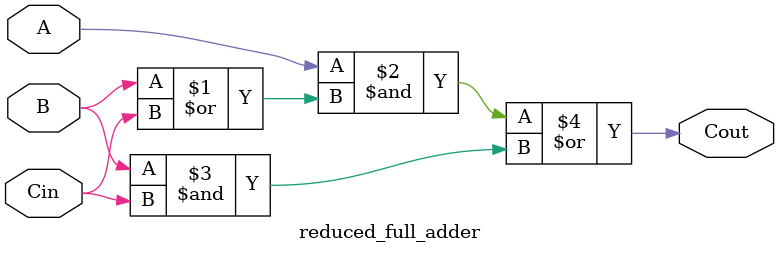
<source format=v>
module half_adder (Cout, Sum, A, B);

   input A,B;
   output Sum,Cout;

   xor xor1(Sum,A,B);
   and and1(Cout,A,B);

endmodule // ha


module full_adder (Cout, Sum, A, B, Cin);

   input A,B,Cin;
   output Sum,Cout;
   wire S1,C1,C2;

   half_adder ha1(C1,S1,A,B);
   half_adder ha2(C2,Sum,S1,Cin);
   or or1(Cout,C1,C2);

endmodule // fa

module specialized_half_adder (Cout, Sum, A, B);

   input A,B;
   output Sum,Cout;

   assign Cout = A | B;
   assign Sum = !(A ^ B);
   
endmodule // sha

module reduced_full_adder (Cout, A, B, Cin);
   
   input A,B,Cin;
   output Cout;

   assign Cout = (A&(B|Cin)) | (B&Cin);

endmodule // reduced_full_adder

</source>
